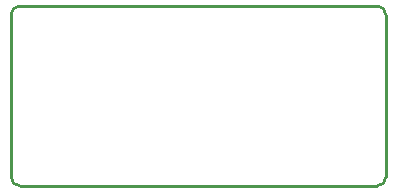
<source format=gbr>
G04 (created by PCBNEW (2013-jul-07)-stable) date Sun 25 Jun 2017 04:45:46 PM PDT*
%MOIN*%
G04 Gerber Fmt 3.4, Leading zero omitted, Abs format*
%FSLAX34Y34*%
G01*
G70*
G90*
G04 APERTURE LIST*
%ADD10C,0.00590551*%
%ADD11C,0.01*%
G04 APERTURE END LIST*
G54D10*
G54D11*
X20000Y-20300D02*
X20000Y-25700D01*
X32200Y-26000D02*
X20300Y-26000D01*
X32500Y-20300D02*
X32500Y-25700D01*
X20300Y-20000D02*
X32200Y-20000D01*
X32200Y-26000D02*
G75*
G03X32500Y-25700I0J300D01*
G74*
G01*
X20000Y-25700D02*
G75*
G03X20300Y-26000I300J0D01*
G74*
G01*
X32500Y-20300D02*
G75*
G03X32200Y-20000I-300J0D01*
G74*
G01*
X20300Y-20000D02*
G75*
G03X20000Y-20300I0J-300D01*
G74*
G01*
M02*

</source>
